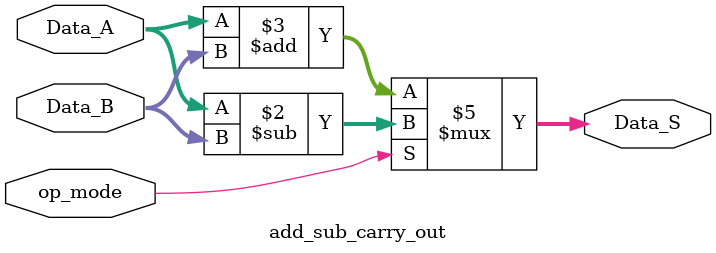
<source format=v>
`timescale 1ns / 1ps

//This module it's different to the add_sub module synthesized
module add_sub_carry_out
		# (parameter W = 32)
	(
		input wire op_mode,
		input wire [W-1:0] Data_A,
		input wire [W-1:0] Data_B,
		output reg [W:0] Data_S 
		);

	always @*
		if(op_mode)
			Data_S <= Data_A - Data_B;
		else
			Data_S <= Data_A + Data_B;

endmodule

</source>
